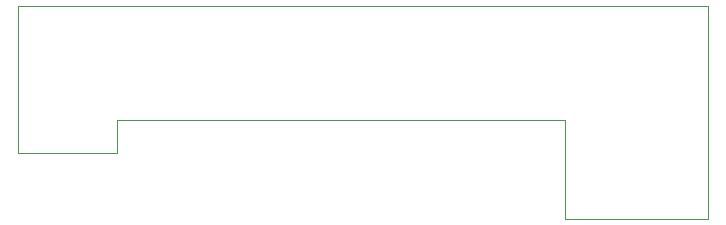
<source format=gbr>
%TF.GenerationSoftware,KiCad,Pcbnew,8.0.6*%
%TF.CreationDate,2025-04-07T23:29:29+03:00*%
%TF.ProjectId,USBC_90deg,55534243-5f39-4306-9465-672e6b696361,rev?*%
%TF.SameCoordinates,Original*%
%TF.FileFunction,Profile,NP*%
%FSLAX46Y46*%
G04 Gerber Fmt 4.6, Leading zero omitted, Abs format (unit mm)*
G04 Created by KiCad (PCBNEW 8.0.6) date 2025-04-07 23:29:29*
%MOMM*%
%LPD*%
G01*
G04 APERTURE LIST*
%TA.AperFunction,Profile*%
%ADD10C,0.050000*%
%TD*%
G04 APERTURE END LIST*
D10*
X105860000Y-82660000D02*
X105850000Y-91090000D01*
X67950000Y-82690000D02*
X105860000Y-82660000D01*
X67950000Y-85440000D02*
X67950000Y-82690000D01*
X59500000Y-85440000D02*
X67950000Y-85440000D01*
X105850000Y-91090000D02*
X117980000Y-91090000D01*
X59500000Y-73050000D02*
X59500000Y-85440000D01*
X117990000Y-73020000D02*
X59500000Y-73050000D01*
X117980000Y-91090000D02*
X117990000Y-73020000D01*
M02*

</source>
